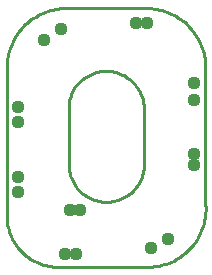
<source format=gbs>
G75*
%MOIN*%
%OFA0B0*%
%FSLAX24Y24*%
%IPPOS*%
%LPD*%
%AMOC8*
5,1,8,0,0,1.08239X$1,22.5*
%
%ADD10C,0.0100*%
%ADD11C,0.0437*%
D10*
X002329Y004017D02*
X002329Y008954D01*
X002325Y009041D01*
X002326Y009129D01*
X002330Y009216D01*
X002338Y009303D01*
X002349Y009390D01*
X002365Y009476D01*
X002384Y009561D01*
X002407Y009646D01*
X002433Y009729D01*
X002463Y009811D01*
X002497Y009892D01*
X002534Y009971D01*
X002575Y010048D01*
X002619Y010124D01*
X002666Y010197D01*
X002716Y010269D01*
X002770Y010338D01*
X002826Y010405D01*
X002886Y010469D01*
X002948Y010531D01*
X003012Y010590D01*
X003079Y010646D01*
X003149Y010699D01*
X003221Y010749D01*
X003295Y010795D01*
X003370Y010839D01*
X003448Y010879D01*
X003527Y010916D01*
X003608Y010949D01*
X003691Y010979D01*
X003774Y011005D01*
X003859Y011027D01*
X003944Y011046D01*
X004030Y011061D01*
X004117Y011072D01*
X004204Y011079D01*
X006892Y011079D01*
X006891Y011079D02*
X006979Y011080D01*
X007066Y011077D01*
X007153Y011070D01*
X007240Y011059D01*
X007326Y011045D01*
X007411Y011027D01*
X007496Y011005D01*
X007579Y010980D01*
X007662Y010951D01*
X007743Y010918D01*
X007822Y010882D01*
X007900Y010842D01*
X007976Y010799D01*
X008050Y010753D01*
X008122Y010704D01*
X008192Y010651D01*
X008259Y010596D01*
X008324Y010537D01*
X008386Y010476D01*
X008446Y010412D01*
X008503Y010346D01*
X008556Y010277D01*
X008607Y010206D01*
X008655Y010133D01*
X008699Y010058D01*
X008740Y009981D01*
X008778Y009902D01*
X008812Y009822D01*
X008843Y009740D01*
X008870Y009657D01*
X008893Y009573D01*
X008913Y009488D01*
X008929Y009402D01*
X008941Y009316D01*
X008949Y009229D01*
X008954Y009142D01*
X008954Y004517D01*
X008955Y004517D02*
X008959Y004430D01*
X008958Y004343D01*
X008954Y004256D01*
X008946Y004169D01*
X008934Y004083D01*
X008918Y003997D01*
X008899Y003912D01*
X008875Y003828D01*
X008848Y003745D01*
X008817Y003664D01*
X008783Y003584D01*
X008745Y003505D01*
X008703Y003429D01*
X008658Y003354D01*
X008610Y003281D01*
X008559Y003211D01*
X008504Y003143D01*
X008447Y003078D01*
X008386Y003015D01*
X008323Y002955D01*
X008257Y002898D01*
X008189Y002844D01*
X008118Y002792D01*
X008045Y002745D01*
X007971Y002700D01*
X007894Y002659D01*
X007815Y002622D01*
X007735Y002588D01*
X007653Y002557D01*
X007570Y002530D01*
X007486Y002507D01*
X007401Y002488D01*
X007315Y002473D01*
X007229Y002462D01*
X007142Y002454D01*
X007204Y002454D02*
X004204Y002454D01*
X004122Y002449D01*
X004040Y002447D01*
X003958Y002449D01*
X003876Y002456D01*
X003795Y002466D01*
X003714Y002480D01*
X003633Y002498D01*
X003554Y002519D01*
X003476Y002545D01*
X003399Y002574D01*
X003324Y002606D01*
X003250Y002642D01*
X003178Y002682D01*
X003108Y002725D01*
X003040Y002772D01*
X002975Y002821D01*
X002912Y002874D01*
X002851Y002929D01*
X002793Y002988D01*
X002738Y003049D01*
X002686Y003112D01*
X002638Y003178D01*
X002592Y003246D01*
X002549Y003317D01*
X002510Y003389D01*
X002475Y003463D01*
X002443Y003539D01*
X002414Y003616D01*
X002390Y003694D01*
X002369Y003774D01*
X002352Y003854D01*
X002338Y003935D01*
X002329Y004017D01*
X004392Y005767D02*
X004392Y007892D01*
X004403Y007961D01*
X004418Y008028D01*
X004437Y008095D01*
X004459Y008161D01*
X004485Y008225D01*
X004514Y008288D01*
X004547Y008349D01*
X004583Y008408D01*
X004623Y008465D01*
X004665Y008520D01*
X004710Y008572D01*
X004759Y008622D01*
X004810Y008669D01*
X004863Y008713D01*
X004919Y008754D01*
X004977Y008792D01*
X005037Y008827D01*
X005098Y008858D01*
X005162Y008886D01*
X005227Y008911D01*
X005293Y008932D01*
X005360Y008949D01*
X005428Y008962D01*
X005496Y008972D01*
X005566Y008978D01*
X005635Y008980D01*
X005704Y008978D01*
X005773Y008973D01*
X005842Y008963D01*
X005910Y008950D01*
X005977Y008933D01*
X006043Y008913D01*
X006108Y008889D01*
X006172Y008861D01*
X006234Y008830D01*
X006294Y008795D01*
X006352Y008758D01*
X006408Y008717D01*
X006462Y008673D01*
X006513Y008626D01*
X006561Y008577D01*
X006607Y008524D01*
X006650Y008470D01*
X006689Y008413D01*
X006726Y008354D01*
X006759Y008293D01*
X006789Y008231D01*
X006815Y008167D01*
X006838Y008101D01*
X006857Y008034D01*
X006872Y007967D01*
X006884Y007898D01*
X006891Y007830D01*
X006892Y007829D02*
X006892Y005704D01*
X006891Y005704D02*
X006880Y005635D01*
X006865Y005568D01*
X006846Y005501D01*
X006824Y005435D01*
X006798Y005371D01*
X006769Y005308D01*
X006736Y005247D01*
X006700Y005188D01*
X006660Y005131D01*
X006618Y005076D01*
X006573Y005024D01*
X006524Y004974D01*
X006473Y004927D01*
X006420Y004883D01*
X006364Y004842D01*
X006306Y004804D01*
X006246Y004769D01*
X006185Y004738D01*
X006121Y004710D01*
X006056Y004685D01*
X005990Y004664D01*
X005923Y004647D01*
X005855Y004634D01*
X005787Y004624D01*
X005717Y004618D01*
X005648Y004616D01*
X005579Y004618D01*
X005510Y004623D01*
X005441Y004633D01*
X005373Y004646D01*
X005306Y004663D01*
X005240Y004683D01*
X005175Y004707D01*
X005111Y004735D01*
X005049Y004766D01*
X004989Y004801D01*
X004931Y004838D01*
X004875Y004879D01*
X004821Y004923D01*
X004770Y004970D01*
X004722Y005019D01*
X004676Y005072D01*
X004633Y005126D01*
X004594Y005183D01*
X004557Y005242D01*
X004524Y005303D01*
X004494Y005365D01*
X004468Y005429D01*
X004445Y005495D01*
X004426Y005562D01*
X004411Y005629D01*
X004399Y005698D01*
X004392Y005766D01*
D11*
X004454Y004329D03*
X004767Y004329D03*
X004642Y002892D03*
X004267Y002892D03*
X002704Y004954D03*
X002704Y005454D03*
X002704Y007267D03*
X002704Y007767D03*
X003579Y010017D03*
X004142Y010392D03*
X006642Y010579D03*
X007017Y010579D03*
X008579Y008579D03*
X008579Y008017D03*
X008579Y006204D03*
X008579Y005829D03*
X007704Y003392D03*
X007142Y003079D03*
M02*

</source>
